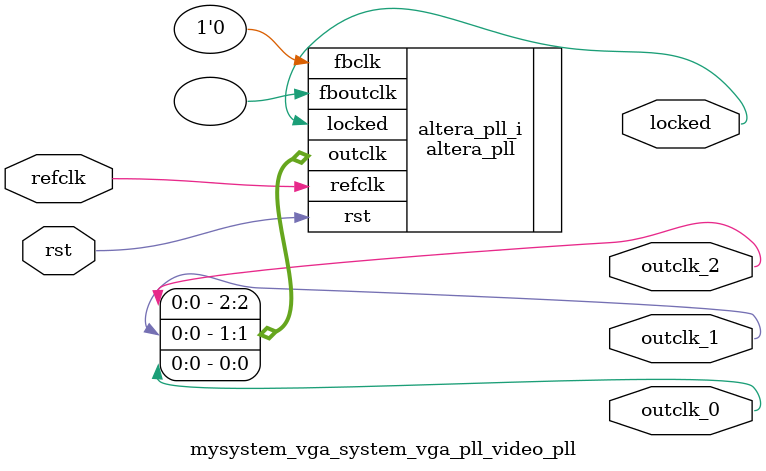
<source format=v>
`timescale 1ns/10ps
module  mysystem_vga_system_vga_pll_video_pll(

	// interface 'refclk'
	input wire refclk,

	// interface 'reset'
	input wire rst,

	// interface 'outclk0'
	output wire outclk_0,

	// interface 'outclk1'
	output wire outclk_1,

	// interface 'outclk2'
	output wire outclk_2,

	// interface 'locked'
	output wire locked
);

	altera_pll #(
		.fractional_vco_multiplier("false"),
		.reference_clock_frequency("50.0 MHz"),
		.operation_mode("direct"),
		.number_of_clocks(3),
		.output_clock_frequency0("25.000000 MHz"),
		.phase_shift0("0 ps"),
		.duty_cycle0(50),
		.output_clock_frequency1("25.000000 MHz"),
		.phase_shift1("0 ps"),
		.duty_cycle1(50),
		.output_clock_frequency2("33.000000 MHz"),
		.phase_shift2("0 ps"),
		.duty_cycle2(50),
		.output_clock_frequency3("0 MHz"),
		.phase_shift3("0 ps"),
		.duty_cycle3(50),
		.output_clock_frequency4("0 MHz"),
		.phase_shift4("0 ps"),
		.duty_cycle4(50),
		.output_clock_frequency5("0 MHz"),
		.phase_shift5("0 ps"),
		.duty_cycle5(50),
		.output_clock_frequency6("0 MHz"),
		.phase_shift6("0 ps"),
		.duty_cycle6(50),
		.output_clock_frequency7("0 MHz"),
		.phase_shift7("0 ps"),
		.duty_cycle7(50),
		.output_clock_frequency8("0 MHz"),
		.phase_shift8("0 ps"),
		.duty_cycle8(50),
		.output_clock_frequency9("0 MHz"),
		.phase_shift9("0 ps"),
		.duty_cycle9(50),
		.output_clock_frequency10("0 MHz"),
		.phase_shift10("0 ps"),
		.duty_cycle10(50),
		.output_clock_frequency11("0 MHz"),
		.phase_shift11("0 ps"),
		.duty_cycle11(50),
		.output_clock_frequency12("0 MHz"),
		.phase_shift12("0 ps"),
		.duty_cycle12(50),
		.output_clock_frequency13("0 MHz"),
		.phase_shift13("0 ps"),
		.duty_cycle13(50),
		.output_clock_frequency14("0 MHz"),
		.phase_shift14("0 ps"),
		.duty_cycle14(50),
		.output_clock_frequency15("0 MHz"),
		.phase_shift15("0 ps"),
		.duty_cycle15(50),
		.output_clock_frequency16("0 MHz"),
		.phase_shift16("0 ps"),
		.duty_cycle16(50),
		.output_clock_frequency17("0 MHz"),
		.phase_shift17("0 ps"),
		.duty_cycle17(50),
		.pll_type("General"),
		.pll_subtype("General")
	) altera_pll_i (
		.rst	(rst),
		.outclk	({outclk_2, outclk_1, outclk_0}),
		.locked	(locked),
		.fboutclk	( ),
		.fbclk	(1'b0),
		.refclk	(refclk)
	);
endmodule


</source>
